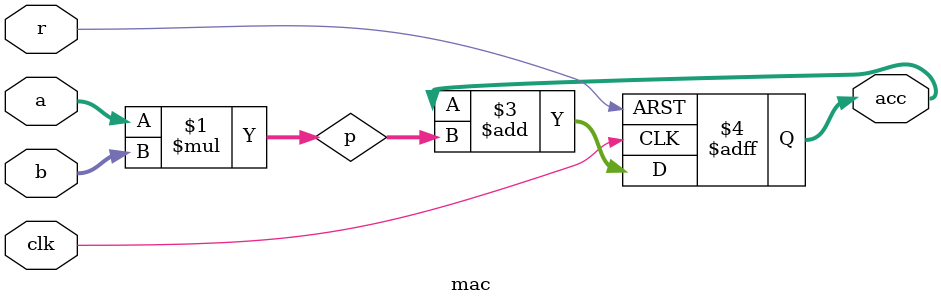
<source format=v>
module mac(input clk, input r, input [7:0] a, input [7:0] b, output reg [15:0] acc);
  	wire [15:0] p=a*b;
  	always @(posedge clk or posedge r) begin
      	if(r) acc<=0;
		else acc<=acc+p;
	end
endmodule

</source>
